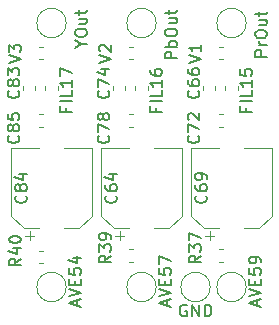
<source format=gbr>
G04 #@! TF.GenerationSoftware,KiCad,Pcbnew,(5.1.5-0-10_14)*
G04 #@! TF.CreationDate,2020-07-09T21:36:47+03:00*
G04 #@! TF.ProjectId,miniRGBii,6d696e69-5247-4426-9969-2e6b69636164,rev?*
G04 #@! TF.SameCoordinates,Original*
G04 #@! TF.FileFunction,Legend,Top*
G04 #@! TF.FilePolarity,Positive*
%FSLAX46Y46*%
G04 Gerber Fmt 4.6, Leading zero omitted, Abs format (unit mm)*
G04 Created by KiCad (PCBNEW (5.1.5-0-10_14)) date 2020-07-09 21:36:47*
%MOMM*%
%LPD*%
G04 APERTURE LIST*
%ADD10C,0.120000*%
%ADD11C,0.150000*%
G04 APERTURE END LIST*
D10*
X18015000Y-24384000D02*
G75*
G03X18015000Y-24384000I-1251000J0D01*
G01*
X11488267Y-22227000D02*
X11145733Y-22227000D01*
X11488267Y-21207000D02*
X11145733Y-21207000D01*
X5823000Y-2032000D02*
G75*
G03X5823000Y-2032000I-1251000J0D01*
G01*
X21063000Y-2032000D02*
G75*
G03X21063000Y-2032000I-1251000J0D01*
G01*
X13443000Y-2032000D02*
G75*
G03X13443000Y-2032000I-1251000J0D01*
G01*
X21063000Y-24384000D02*
G75*
G03X21063000Y-24384000I-1251000J0D01*
G01*
X13443000Y-24384000D02*
G75*
G03X13443000Y-24384000I-1251000J0D01*
G01*
X5823000Y-24384000D02*
G75*
G03X5823000Y-24384000I-1251000J0D01*
G01*
X18765733Y-4062000D02*
X19108267Y-4062000D01*
X18765733Y-5082000D02*
X19108267Y-5082000D01*
X15602000Y-12592000D02*
X13252000Y-12592000D01*
X8782000Y-12592000D02*
X11132000Y-12592000D01*
X8782000Y-18347563D02*
X8782000Y-12592000D01*
X15602000Y-18347563D02*
X15602000Y-12592000D01*
X14537563Y-19412000D02*
X13252000Y-19412000D01*
X9846437Y-19412000D02*
X11132000Y-19412000D01*
X9846437Y-19412000D02*
X8782000Y-18347563D01*
X14537563Y-19412000D02*
X15602000Y-18347563D01*
X10344500Y-20439500D02*
X10344500Y-19652000D01*
X9950750Y-20045750D02*
X10738250Y-20045750D01*
X17570750Y-20045750D02*
X18358250Y-20045750D01*
X17964500Y-20439500D02*
X17964500Y-19652000D01*
X22157563Y-19412000D02*
X23222000Y-18347563D01*
X17466437Y-19412000D02*
X16402000Y-18347563D01*
X17466437Y-19412000D02*
X18752000Y-19412000D01*
X22157563Y-19412000D02*
X20872000Y-19412000D01*
X23222000Y-18347563D02*
X23222000Y-12592000D01*
X16402000Y-18347563D02*
X16402000Y-12592000D01*
X16402000Y-12592000D02*
X18752000Y-12592000D01*
X23222000Y-12592000D02*
X20872000Y-12592000D01*
X7982000Y-12592000D02*
X5632000Y-12592000D01*
X1162000Y-12592000D02*
X3512000Y-12592000D01*
X1162000Y-18347563D02*
X1162000Y-12592000D01*
X7982000Y-18347563D02*
X7982000Y-12592000D01*
X6917563Y-19412000D02*
X5632000Y-19412000D01*
X2226437Y-19412000D02*
X3512000Y-19412000D01*
X2226437Y-19412000D02*
X1162000Y-18347563D01*
X6917563Y-19412000D02*
X7982000Y-18347563D01*
X2724500Y-20439500D02*
X2724500Y-19652000D01*
X2330750Y-20045750D02*
X3118250Y-20045750D01*
X3525733Y-10797000D02*
X3868267Y-10797000D01*
X3525733Y-9777000D02*
X3868267Y-9777000D01*
X2157000Y-7678267D02*
X2157000Y-7335733D01*
X3177000Y-7678267D02*
X3177000Y-7335733D01*
X11145733Y-10797000D02*
X11488267Y-10797000D01*
X11145733Y-9777000D02*
X11488267Y-9777000D01*
X9777000Y-7678267D02*
X9777000Y-7335733D01*
X10797000Y-7678267D02*
X10797000Y-7335733D01*
X18765733Y-10797000D02*
X19108267Y-10797000D01*
X18765733Y-9777000D02*
X19108267Y-9777000D01*
X17397000Y-7678267D02*
X17397000Y-7335733D01*
X18417000Y-7678267D02*
X18417000Y-7335733D01*
X5082000Y-7335733D02*
X5082000Y-7678267D01*
X4062000Y-7335733D02*
X4062000Y-7678267D01*
X11682000Y-7335733D02*
X11682000Y-7678267D01*
X12702000Y-7335733D02*
X12702000Y-7678267D01*
X20322000Y-7335733D02*
X20322000Y-7678267D01*
X19302000Y-7335733D02*
X19302000Y-7678267D01*
X3525733Y-4062000D02*
X3868267Y-4062000D01*
X3525733Y-5082000D02*
X3868267Y-5082000D01*
X18765733Y-22227000D02*
X19108267Y-22227000D01*
X18765733Y-21207000D02*
X19108267Y-21207000D01*
X3868267Y-21334000D02*
X3525733Y-21334000D01*
X3868267Y-22354000D02*
X3525733Y-22354000D01*
X11145733Y-4062000D02*
X11488267Y-4062000D01*
X11145733Y-5082000D02*
X11488267Y-5082000D01*
D11*
X16002095Y-25916000D02*
X15906857Y-25868380D01*
X15764000Y-25868380D01*
X15621142Y-25916000D01*
X15525904Y-26011238D01*
X15478285Y-26106476D01*
X15430666Y-26296952D01*
X15430666Y-26439809D01*
X15478285Y-26630285D01*
X15525904Y-26725523D01*
X15621142Y-26820761D01*
X15764000Y-26868380D01*
X15859238Y-26868380D01*
X16002095Y-26820761D01*
X16049714Y-26773142D01*
X16049714Y-26439809D01*
X15859238Y-26439809D01*
X16478285Y-26868380D02*
X16478285Y-25868380D01*
X17049714Y-26868380D01*
X17049714Y-25868380D01*
X17525904Y-26868380D02*
X17525904Y-25868380D01*
X17764000Y-25868380D01*
X17906857Y-25916000D01*
X18002095Y-26011238D01*
X18049714Y-26106476D01*
X18097333Y-26296952D01*
X18097333Y-26439809D01*
X18049714Y-26630285D01*
X18002095Y-26725523D01*
X17906857Y-26820761D01*
X17764000Y-26868380D01*
X17525904Y-26868380D01*
X9596380Y-21724857D02*
X9120190Y-22058190D01*
X9596380Y-22296285D02*
X8596380Y-22296285D01*
X8596380Y-21915333D01*
X8644000Y-21820095D01*
X8691619Y-21772476D01*
X8786857Y-21724857D01*
X8929714Y-21724857D01*
X9024952Y-21772476D01*
X9072571Y-21820095D01*
X9120190Y-21915333D01*
X9120190Y-22296285D01*
X8596380Y-21391523D02*
X8596380Y-20772476D01*
X8977333Y-21105809D01*
X8977333Y-20962952D01*
X9024952Y-20867714D01*
X9072571Y-20820095D01*
X9167809Y-20772476D01*
X9405904Y-20772476D01*
X9501142Y-20820095D01*
X9548761Y-20867714D01*
X9596380Y-20962952D01*
X9596380Y-21248666D01*
X9548761Y-21343904D01*
X9501142Y-21391523D01*
X9596380Y-20296285D02*
X9596380Y-20105809D01*
X9548761Y-20010571D01*
X9501142Y-19962952D01*
X9358285Y-19867714D01*
X9167809Y-19820095D01*
X8786857Y-19820095D01*
X8691619Y-19867714D01*
X8644000Y-19915333D01*
X8596380Y-20010571D01*
X8596380Y-20201047D01*
X8644000Y-20296285D01*
X8691619Y-20343904D01*
X8786857Y-20391523D01*
X9024952Y-20391523D01*
X9120190Y-20343904D01*
X9167809Y-20296285D01*
X9215428Y-20201047D01*
X9215428Y-20010571D01*
X9167809Y-19915333D01*
X9120190Y-19867714D01*
X9024952Y-19820095D01*
X7088190Y-3801904D02*
X7564380Y-3801904D01*
X6564380Y-4135238D02*
X7088190Y-3801904D01*
X6564380Y-3468571D01*
X6564380Y-2944761D02*
X6564380Y-2754285D01*
X6612000Y-2659047D01*
X6707238Y-2563809D01*
X6897714Y-2516190D01*
X7231047Y-2516190D01*
X7421523Y-2563809D01*
X7516761Y-2659047D01*
X7564380Y-2754285D01*
X7564380Y-2944761D01*
X7516761Y-3040000D01*
X7421523Y-3135238D01*
X7231047Y-3182857D01*
X6897714Y-3182857D01*
X6707238Y-3135238D01*
X6612000Y-3040000D01*
X6564380Y-2944761D01*
X6897714Y-1659047D02*
X7564380Y-1659047D01*
X6897714Y-2087619D02*
X7421523Y-2087619D01*
X7516761Y-2040000D01*
X7564380Y-1944761D01*
X7564380Y-1801904D01*
X7516761Y-1706666D01*
X7469142Y-1659047D01*
X6897714Y-1325714D02*
X6897714Y-944761D01*
X6564380Y-1182857D02*
X7421523Y-1182857D01*
X7516761Y-1135238D01*
X7564380Y-1040000D01*
X7564380Y-944761D01*
X22804380Y-4881333D02*
X21804380Y-4881333D01*
X21804380Y-4500380D01*
X21852000Y-4405142D01*
X21899619Y-4357523D01*
X21994857Y-4309904D01*
X22137714Y-4309904D01*
X22232952Y-4357523D01*
X22280571Y-4405142D01*
X22328190Y-4500380D01*
X22328190Y-4881333D01*
X22804380Y-3881333D02*
X22137714Y-3881333D01*
X22328190Y-3881333D02*
X22232952Y-3833714D01*
X22185333Y-3786095D01*
X22137714Y-3690857D01*
X22137714Y-3595619D01*
X21804380Y-3071809D02*
X21804380Y-2881333D01*
X21852000Y-2786095D01*
X21947238Y-2690857D01*
X22137714Y-2643238D01*
X22471047Y-2643238D01*
X22661523Y-2690857D01*
X22756761Y-2786095D01*
X22804380Y-2881333D01*
X22804380Y-3071809D01*
X22756761Y-3167047D01*
X22661523Y-3262285D01*
X22471047Y-3309904D01*
X22137714Y-3309904D01*
X21947238Y-3262285D01*
X21852000Y-3167047D01*
X21804380Y-3071809D01*
X22137714Y-1786095D02*
X22804380Y-1786095D01*
X22137714Y-2214666D02*
X22661523Y-2214666D01*
X22756761Y-2167047D01*
X22804380Y-2071809D01*
X22804380Y-1928952D01*
X22756761Y-1833714D01*
X22709142Y-1786095D01*
X22137714Y-1452761D02*
X22137714Y-1071809D01*
X21804380Y-1309904D02*
X22661523Y-1309904D01*
X22756761Y-1262285D01*
X22804380Y-1167047D01*
X22804380Y-1071809D01*
X15184380Y-5024190D02*
X14184380Y-5024190D01*
X14184380Y-4643238D01*
X14232000Y-4548000D01*
X14279619Y-4500380D01*
X14374857Y-4452761D01*
X14517714Y-4452761D01*
X14612952Y-4500380D01*
X14660571Y-4548000D01*
X14708190Y-4643238D01*
X14708190Y-5024190D01*
X15184380Y-4024190D02*
X14184380Y-4024190D01*
X14565333Y-4024190D02*
X14517714Y-3928952D01*
X14517714Y-3738476D01*
X14565333Y-3643238D01*
X14612952Y-3595619D01*
X14708190Y-3548000D01*
X14993904Y-3548000D01*
X15089142Y-3595619D01*
X15136761Y-3643238D01*
X15184380Y-3738476D01*
X15184380Y-3928952D01*
X15136761Y-4024190D01*
X14184380Y-2928952D02*
X14184380Y-2738476D01*
X14232000Y-2643238D01*
X14327238Y-2548000D01*
X14517714Y-2500380D01*
X14851047Y-2500380D01*
X15041523Y-2548000D01*
X15136761Y-2643238D01*
X15184380Y-2738476D01*
X15184380Y-2928952D01*
X15136761Y-3024190D01*
X15041523Y-3119428D01*
X14851047Y-3167047D01*
X14517714Y-3167047D01*
X14327238Y-3119428D01*
X14232000Y-3024190D01*
X14184380Y-2928952D01*
X14517714Y-1643238D02*
X15184380Y-1643238D01*
X14517714Y-2071809D02*
X15041523Y-2071809D01*
X15136761Y-2024190D01*
X15184380Y-1928952D01*
X15184380Y-1786095D01*
X15136761Y-1690857D01*
X15089142Y-1643238D01*
X14517714Y-1309904D02*
X14517714Y-928952D01*
X14184380Y-1167047D02*
X15041523Y-1167047D01*
X15136761Y-1119428D01*
X15184380Y-1024190D01*
X15184380Y-928952D01*
X22010666Y-25947428D02*
X22010666Y-25471238D01*
X22296380Y-26042666D02*
X21296380Y-25709333D01*
X22296380Y-25376000D01*
X21296380Y-25185523D02*
X22296380Y-24852190D01*
X21296380Y-24518857D01*
X21772571Y-24185523D02*
X21772571Y-23852190D01*
X22296380Y-23709333D02*
X22296380Y-24185523D01*
X21296380Y-24185523D01*
X21296380Y-23709333D01*
X21296380Y-22804571D02*
X21296380Y-23280761D01*
X21772571Y-23328380D01*
X21724952Y-23280761D01*
X21677333Y-23185523D01*
X21677333Y-22947428D01*
X21724952Y-22852190D01*
X21772571Y-22804571D01*
X21867809Y-22756952D01*
X22105904Y-22756952D01*
X22201142Y-22804571D01*
X22248761Y-22852190D01*
X22296380Y-22947428D01*
X22296380Y-23185523D01*
X22248761Y-23280761D01*
X22201142Y-23328380D01*
X22296380Y-22280761D02*
X22296380Y-22090285D01*
X22248761Y-21995047D01*
X22201142Y-21947428D01*
X22058285Y-21852190D01*
X21867809Y-21804571D01*
X21486857Y-21804571D01*
X21391619Y-21852190D01*
X21344000Y-21899809D01*
X21296380Y-21995047D01*
X21296380Y-22185523D01*
X21344000Y-22280761D01*
X21391619Y-22328380D01*
X21486857Y-22376000D01*
X21724952Y-22376000D01*
X21820190Y-22328380D01*
X21867809Y-22280761D01*
X21915428Y-22185523D01*
X21915428Y-21995047D01*
X21867809Y-21899809D01*
X21820190Y-21852190D01*
X21724952Y-21804571D01*
X14390666Y-25947428D02*
X14390666Y-25471238D01*
X14676380Y-26042666D02*
X13676380Y-25709333D01*
X14676380Y-25376000D01*
X13676380Y-25185523D02*
X14676380Y-24852190D01*
X13676380Y-24518857D01*
X14152571Y-24185523D02*
X14152571Y-23852190D01*
X14676380Y-23709333D02*
X14676380Y-24185523D01*
X13676380Y-24185523D01*
X13676380Y-23709333D01*
X13676380Y-22804571D02*
X13676380Y-23280761D01*
X14152571Y-23328380D01*
X14104952Y-23280761D01*
X14057333Y-23185523D01*
X14057333Y-22947428D01*
X14104952Y-22852190D01*
X14152571Y-22804571D01*
X14247809Y-22756952D01*
X14485904Y-22756952D01*
X14581142Y-22804571D01*
X14628761Y-22852190D01*
X14676380Y-22947428D01*
X14676380Y-23185523D01*
X14628761Y-23280761D01*
X14581142Y-23328380D01*
X13676380Y-22423619D02*
X13676380Y-21756952D01*
X14676380Y-22185523D01*
X6770666Y-25947428D02*
X6770666Y-25471238D01*
X7056380Y-26042666D02*
X6056380Y-25709333D01*
X7056380Y-25376000D01*
X6056380Y-25185523D02*
X7056380Y-24852190D01*
X6056380Y-24518857D01*
X6532571Y-24185523D02*
X6532571Y-23852190D01*
X7056380Y-23709333D02*
X7056380Y-24185523D01*
X6056380Y-24185523D01*
X6056380Y-23709333D01*
X6056380Y-22804571D02*
X6056380Y-23280761D01*
X6532571Y-23328380D01*
X6484952Y-23280761D01*
X6437333Y-23185523D01*
X6437333Y-22947428D01*
X6484952Y-22852190D01*
X6532571Y-22804571D01*
X6627809Y-22756952D01*
X6865904Y-22756952D01*
X6961142Y-22804571D01*
X7008761Y-22852190D01*
X7056380Y-22947428D01*
X7056380Y-23185523D01*
X7008761Y-23280761D01*
X6961142Y-23328380D01*
X6389714Y-21899809D02*
X7056380Y-21899809D01*
X6008761Y-22137904D02*
X6723047Y-22376000D01*
X6723047Y-21756952D01*
X16216380Y-5381523D02*
X17216380Y-5048190D01*
X16216380Y-4714857D01*
X17216380Y-3857714D02*
X17216380Y-4429142D01*
X17216380Y-4143428D02*
X16216380Y-4143428D01*
X16359238Y-4238666D01*
X16454476Y-4333904D01*
X16502095Y-4429142D01*
X10009142Y-16644857D02*
X10056761Y-16692476D01*
X10104380Y-16835333D01*
X10104380Y-16930571D01*
X10056761Y-17073428D01*
X9961523Y-17168666D01*
X9866285Y-17216285D01*
X9675809Y-17263904D01*
X9532952Y-17263904D01*
X9342476Y-17216285D01*
X9247238Y-17168666D01*
X9152000Y-17073428D01*
X9104380Y-16930571D01*
X9104380Y-16835333D01*
X9152000Y-16692476D01*
X9199619Y-16644857D01*
X9104380Y-15787714D02*
X9104380Y-15978190D01*
X9152000Y-16073428D01*
X9199619Y-16121047D01*
X9342476Y-16216285D01*
X9532952Y-16263904D01*
X9913904Y-16263904D01*
X10009142Y-16216285D01*
X10056761Y-16168666D01*
X10104380Y-16073428D01*
X10104380Y-15882952D01*
X10056761Y-15787714D01*
X10009142Y-15740095D01*
X9913904Y-15692476D01*
X9675809Y-15692476D01*
X9580571Y-15740095D01*
X9532952Y-15787714D01*
X9485333Y-15882952D01*
X9485333Y-16073428D01*
X9532952Y-16168666D01*
X9580571Y-16216285D01*
X9675809Y-16263904D01*
X9437714Y-14835333D02*
X10104380Y-14835333D01*
X9056761Y-15073428D02*
X9771047Y-15311523D01*
X9771047Y-14692476D01*
X17629142Y-16644857D02*
X17676761Y-16692476D01*
X17724380Y-16835333D01*
X17724380Y-16930571D01*
X17676761Y-17073428D01*
X17581523Y-17168666D01*
X17486285Y-17216285D01*
X17295809Y-17263904D01*
X17152952Y-17263904D01*
X16962476Y-17216285D01*
X16867238Y-17168666D01*
X16772000Y-17073428D01*
X16724380Y-16930571D01*
X16724380Y-16835333D01*
X16772000Y-16692476D01*
X16819619Y-16644857D01*
X16724380Y-15787714D02*
X16724380Y-15978190D01*
X16772000Y-16073428D01*
X16819619Y-16121047D01*
X16962476Y-16216285D01*
X17152952Y-16263904D01*
X17533904Y-16263904D01*
X17629142Y-16216285D01*
X17676761Y-16168666D01*
X17724380Y-16073428D01*
X17724380Y-15882952D01*
X17676761Y-15787714D01*
X17629142Y-15740095D01*
X17533904Y-15692476D01*
X17295809Y-15692476D01*
X17200571Y-15740095D01*
X17152952Y-15787714D01*
X17105333Y-15882952D01*
X17105333Y-16073428D01*
X17152952Y-16168666D01*
X17200571Y-16216285D01*
X17295809Y-16263904D01*
X17724380Y-15216285D02*
X17724380Y-15025809D01*
X17676761Y-14930571D01*
X17629142Y-14882952D01*
X17486285Y-14787714D01*
X17295809Y-14740095D01*
X16914857Y-14740095D01*
X16819619Y-14787714D01*
X16772000Y-14835333D01*
X16724380Y-14930571D01*
X16724380Y-15121047D01*
X16772000Y-15216285D01*
X16819619Y-15263904D01*
X16914857Y-15311523D01*
X17152952Y-15311523D01*
X17248190Y-15263904D01*
X17295809Y-15216285D01*
X17343428Y-15121047D01*
X17343428Y-14930571D01*
X17295809Y-14835333D01*
X17248190Y-14787714D01*
X17152952Y-14740095D01*
X2389142Y-16644857D02*
X2436761Y-16692476D01*
X2484380Y-16835333D01*
X2484380Y-16930571D01*
X2436761Y-17073428D01*
X2341523Y-17168666D01*
X2246285Y-17216285D01*
X2055809Y-17263904D01*
X1912952Y-17263904D01*
X1722476Y-17216285D01*
X1627238Y-17168666D01*
X1532000Y-17073428D01*
X1484380Y-16930571D01*
X1484380Y-16835333D01*
X1532000Y-16692476D01*
X1579619Y-16644857D01*
X1912952Y-16073428D02*
X1865333Y-16168666D01*
X1817714Y-16216285D01*
X1722476Y-16263904D01*
X1674857Y-16263904D01*
X1579619Y-16216285D01*
X1532000Y-16168666D01*
X1484380Y-16073428D01*
X1484380Y-15882952D01*
X1532000Y-15787714D01*
X1579619Y-15740095D01*
X1674857Y-15692476D01*
X1722476Y-15692476D01*
X1817714Y-15740095D01*
X1865333Y-15787714D01*
X1912952Y-15882952D01*
X1912952Y-16073428D01*
X1960571Y-16168666D01*
X2008190Y-16216285D01*
X2103428Y-16263904D01*
X2293904Y-16263904D01*
X2389142Y-16216285D01*
X2436761Y-16168666D01*
X2484380Y-16073428D01*
X2484380Y-15882952D01*
X2436761Y-15787714D01*
X2389142Y-15740095D01*
X2293904Y-15692476D01*
X2103428Y-15692476D01*
X2008190Y-15740095D01*
X1960571Y-15787714D01*
X1912952Y-15882952D01*
X1817714Y-14835333D02*
X2484380Y-14835333D01*
X1436761Y-15073428D02*
X2151047Y-15311523D01*
X2151047Y-14692476D01*
X1754142Y-11564857D02*
X1801761Y-11612476D01*
X1849380Y-11755333D01*
X1849380Y-11850571D01*
X1801761Y-11993428D01*
X1706523Y-12088666D01*
X1611285Y-12136285D01*
X1420809Y-12183904D01*
X1277952Y-12183904D01*
X1087476Y-12136285D01*
X992238Y-12088666D01*
X897000Y-11993428D01*
X849380Y-11850571D01*
X849380Y-11755333D01*
X897000Y-11612476D01*
X944619Y-11564857D01*
X1277952Y-10993428D02*
X1230333Y-11088666D01*
X1182714Y-11136285D01*
X1087476Y-11183904D01*
X1039857Y-11183904D01*
X944619Y-11136285D01*
X897000Y-11088666D01*
X849380Y-10993428D01*
X849380Y-10802952D01*
X897000Y-10707714D01*
X944619Y-10660095D01*
X1039857Y-10612476D01*
X1087476Y-10612476D01*
X1182714Y-10660095D01*
X1230333Y-10707714D01*
X1277952Y-10802952D01*
X1277952Y-10993428D01*
X1325571Y-11088666D01*
X1373190Y-11136285D01*
X1468428Y-11183904D01*
X1658904Y-11183904D01*
X1754142Y-11136285D01*
X1801761Y-11088666D01*
X1849380Y-10993428D01*
X1849380Y-10802952D01*
X1801761Y-10707714D01*
X1754142Y-10660095D01*
X1658904Y-10612476D01*
X1468428Y-10612476D01*
X1373190Y-10660095D01*
X1325571Y-10707714D01*
X1277952Y-10802952D01*
X849380Y-9707714D02*
X849380Y-10183904D01*
X1325571Y-10231523D01*
X1277952Y-10183904D01*
X1230333Y-10088666D01*
X1230333Y-9850571D01*
X1277952Y-9755333D01*
X1325571Y-9707714D01*
X1420809Y-9660095D01*
X1658904Y-9660095D01*
X1754142Y-9707714D01*
X1801761Y-9755333D01*
X1849380Y-9850571D01*
X1849380Y-10088666D01*
X1801761Y-10183904D01*
X1754142Y-10231523D01*
X1754142Y-7754857D02*
X1801761Y-7802476D01*
X1849380Y-7945333D01*
X1849380Y-8040571D01*
X1801761Y-8183428D01*
X1706523Y-8278666D01*
X1611285Y-8326285D01*
X1420809Y-8373904D01*
X1277952Y-8373904D01*
X1087476Y-8326285D01*
X992238Y-8278666D01*
X897000Y-8183428D01*
X849380Y-8040571D01*
X849380Y-7945333D01*
X897000Y-7802476D01*
X944619Y-7754857D01*
X1277952Y-7183428D02*
X1230333Y-7278666D01*
X1182714Y-7326285D01*
X1087476Y-7373904D01*
X1039857Y-7373904D01*
X944619Y-7326285D01*
X897000Y-7278666D01*
X849380Y-7183428D01*
X849380Y-6992952D01*
X897000Y-6897714D01*
X944619Y-6850095D01*
X1039857Y-6802476D01*
X1087476Y-6802476D01*
X1182714Y-6850095D01*
X1230333Y-6897714D01*
X1277952Y-6992952D01*
X1277952Y-7183428D01*
X1325571Y-7278666D01*
X1373190Y-7326285D01*
X1468428Y-7373904D01*
X1658904Y-7373904D01*
X1754142Y-7326285D01*
X1801761Y-7278666D01*
X1849380Y-7183428D01*
X1849380Y-6992952D01*
X1801761Y-6897714D01*
X1754142Y-6850095D01*
X1658904Y-6802476D01*
X1468428Y-6802476D01*
X1373190Y-6850095D01*
X1325571Y-6897714D01*
X1277952Y-6992952D01*
X849380Y-6469142D02*
X849380Y-5850095D01*
X1230333Y-6183428D01*
X1230333Y-6040571D01*
X1277952Y-5945333D01*
X1325571Y-5897714D01*
X1420809Y-5850095D01*
X1658904Y-5850095D01*
X1754142Y-5897714D01*
X1801761Y-5945333D01*
X1849380Y-6040571D01*
X1849380Y-6326285D01*
X1801761Y-6421523D01*
X1754142Y-6469142D01*
X9374142Y-11564857D02*
X9421761Y-11612476D01*
X9469380Y-11755333D01*
X9469380Y-11850571D01*
X9421761Y-11993428D01*
X9326523Y-12088666D01*
X9231285Y-12136285D01*
X9040809Y-12183904D01*
X8897952Y-12183904D01*
X8707476Y-12136285D01*
X8612238Y-12088666D01*
X8517000Y-11993428D01*
X8469380Y-11850571D01*
X8469380Y-11755333D01*
X8517000Y-11612476D01*
X8564619Y-11564857D01*
X8469380Y-11231523D02*
X8469380Y-10564857D01*
X9469380Y-10993428D01*
X8897952Y-10041047D02*
X8850333Y-10136285D01*
X8802714Y-10183904D01*
X8707476Y-10231523D01*
X8659857Y-10231523D01*
X8564619Y-10183904D01*
X8517000Y-10136285D01*
X8469380Y-10041047D01*
X8469380Y-9850571D01*
X8517000Y-9755333D01*
X8564619Y-9707714D01*
X8659857Y-9660095D01*
X8707476Y-9660095D01*
X8802714Y-9707714D01*
X8850333Y-9755333D01*
X8897952Y-9850571D01*
X8897952Y-10041047D01*
X8945571Y-10136285D01*
X8993190Y-10183904D01*
X9088428Y-10231523D01*
X9278904Y-10231523D01*
X9374142Y-10183904D01*
X9421761Y-10136285D01*
X9469380Y-10041047D01*
X9469380Y-9850571D01*
X9421761Y-9755333D01*
X9374142Y-9707714D01*
X9278904Y-9660095D01*
X9088428Y-9660095D01*
X8993190Y-9707714D01*
X8945571Y-9755333D01*
X8897952Y-9850571D01*
X9374142Y-7754857D02*
X9421761Y-7802476D01*
X9469380Y-7945333D01*
X9469380Y-8040571D01*
X9421761Y-8183428D01*
X9326523Y-8278666D01*
X9231285Y-8326285D01*
X9040809Y-8373904D01*
X8897952Y-8373904D01*
X8707476Y-8326285D01*
X8612238Y-8278666D01*
X8517000Y-8183428D01*
X8469380Y-8040571D01*
X8469380Y-7945333D01*
X8517000Y-7802476D01*
X8564619Y-7754857D01*
X8469380Y-7421523D02*
X8469380Y-6754857D01*
X9469380Y-7183428D01*
X8802714Y-5945333D02*
X9469380Y-5945333D01*
X8421761Y-6183428D02*
X9136047Y-6421523D01*
X9136047Y-5802476D01*
X16994142Y-11564857D02*
X17041761Y-11612476D01*
X17089380Y-11755333D01*
X17089380Y-11850571D01*
X17041761Y-11993428D01*
X16946523Y-12088666D01*
X16851285Y-12136285D01*
X16660809Y-12183904D01*
X16517952Y-12183904D01*
X16327476Y-12136285D01*
X16232238Y-12088666D01*
X16137000Y-11993428D01*
X16089380Y-11850571D01*
X16089380Y-11755333D01*
X16137000Y-11612476D01*
X16184619Y-11564857D01*
X16089380Y-11231523D02*
X16089380Y-10564857D01*
X17089380Y-10993428D01*
X16184619Y-10231523D02*
X16137000Y-10183904D01*
X16089380Y-10088666D01*
X16089380Y-9850571D01*
X16137000Y-9755333D01*
X16184619Y-9707714D01*
X16279857Y-9660095D01*
X16375095Y-9660095D01*
X16517952Y-9707714D01*
X17089380Y-10279142D01*
X17089380Y-9660095D01*
X16994142Y-7754857D02*
X17041761Y-7802476D01*
X17089380Y-7945333D01*
X17089380Y-8040571D01*
X17041761Y-8183428D01*
X16946523Y-8278666D01*
X16851285Y-8326285D01*
X16660809Y-8373904D01*
X16517952Y-8373904D01*
X16327476Y-8326285D01*
X16232238Y-8278666D01*
X16137000Y-8183428D01*
X16089380Y-8040571D01*
X16089380Y-7945333D01*
X16137000Y-7802476D01*
X16184619Y-7754857D01*
X16089380Y-6897714D02*
X16089380Y-7088190D01*
X16137000Y-7183428D01*
X16184619Y-7231047D01*
X16327476Y-7326285D01*
X16517952Y-7373904D01*
X16898904Y-7373904D01*
X16994142Y-7326285D01*
X17041761Y-7278666D01*
X17089380Y-7183428D01*
X17089380Y-6992952D01*
X17041761Y-6897714D01*
X16994142Y-6850095D01*
X16898904Y-6802476D01*
X16660809Y-6802476D01*
X16565571Y-6850095D01*
X16517952Y-6897714D01*
X16470333Y-6992952D01*
X16470333Y-7183428D01*
X16517952Y-7278666D01*
X16565571Y-7326285D01*
X16660809Y-7373904D01*
X16089380Y-5945333D02*
X16089380Y-6135809D01*
X16137000Y-6231047D01*
X16184619Y-6278666D01*
X16327476Y-6373904D01*
X16517952Y-6421523D01*
X16898904Y-6421523D01*
X16994142Y-6373904D01*
X17041761Y-6326285D01*
X17089380Y-6231047D01*
X17089380Y-6040571D01*
X17041761Y-5945333D01*
X16994142Y-5897714D01*
X16898904Y-5850095D01*
X16660809Y-5850095D01*
X16565571Y-5897714D01*
X16517952Y-5945333D01*
X16470333Y-6040571D01*
X16470333Y-6231047D01*
X16517952Y-6326285D01*
X16565571Y-6373904D01*
X16660809Y-6421523D01*
X5770571Y-9199380D02*
X5770571Y-9532714D01*
X6294380Y-9532714D02*
X5294380Y-9532714D01*
X5294380Y-9056523D01*
X6294380Y-8675571D02*
X5294380Y-8675571D01*
X6294380Y-7723190D02*
X6294380Y-8199380D01*
X5294380Y-8199380D01*
X6294380Y-6866047D02*
X6294380Y-7437476D01*
X6294380Y-7151761D02*
X5294380Y-7151761D01*
X5437238Y-7247000D01*
X5532476Y-7342238D01*
X5580095Y-7437476D01*
X5294380Y-6532714D02*
X5294380Y-5866047D01*
X6294380Y-6294619D01*
X13390571Y-9199380D02*
X13390571Y-9532714D01*
X13914380Y-9532714D02*
X12914380Y-9532714D01*
X12914380Y-9056523D01*
X13914380Y-8675571D02*
X12914380Y-8675571D01*
X13914380Y-7723190D02*
X13914380Y-8199380D01*
X12914380Y-8199380D01*
X13914380Y-6866047D02*
X13914380Y-7437476D01*
X13914380Y-7151761D02*
X12914380Y-7151761D01*
X13057238Y-7247000D01*
X13152476Y-7342238D01*
X13200095Y-7437476D01*
X12914380Y-6008904D02*
X12914380Y-6199380D01*
X12962000Y-6294619D01*
X13009619Y-6342238D01*
X13152476Y-6437476D01*
X13342952Y-6485095D01*
X13723904Y-6485095D01*
X13819142Y-6437476D01*
X13866761Y-6389857D01*
X13914380Y-6294619D01*
X13914380Y-6104142D01*
X13866761Y-6008904D01*
X13819142Y-5961285D01*
X13723904Y-5913666D01*
X13485809Y-5913666D01*
X13390571Y-5961285D01*
X13342952Y-6008904D01*
X13295333Y-6104142D01*
X13295333Y-6294619D01*
X13342952Y-6389857D01*
X13390571Y-6437476D01*
X13485809Y-6485095D01*
X21010571Y-9199380D02*
X21010571Y-9532714D01*
X21534380Y-9532714D02*
X20534380Y-9532714D01*
X20534380Y-9056523D01*
X21534380Y-8675571D02*
X20534380Y-8675571D01*
X21534380Y-7723190D02*
X21534380Y-8199380D01*
X20534380Y-8199380D01*
X21534380Y-6866047D02*
X21534380Y-7437476D01*
X21534380Y-7151761D02*
X20534380Y-7151761D01*
X20677238Y-7247000D01*
X20772476Y-7342238D01*
X20820095Y-7437476D01*
X20534380Y-5961285D02*
X20534380Y-6437476D01*
X21010571Y-6485095D01*
X20962952Y-6437476D01*
X20915333Y-6342238D01*
X20915333Y-6104142D01*
X20962952Y-6008904D01*
X21010571Y-5961285D01*
X21105809Y-5913666D01*
X21343904Y-5913666D01*
X21439142Y-5961285D01*
X21486761Y-6008904D01*
X21534380Y-6104142D01*
X21534380Y-6342238D01*
X21486761Y-6437476D01*
X21439142Y-6485095D01*
X976380Y-5381523D02*
X1976380Y-5048190D01*
X976380Y-4714857D01*
X976380Y-4476761D02*
X976380Y-3857714D01*
X1357333Y-4191047D01*
X1357333Y-4048190D01*
X1404952Y-3952952D01*
X1452571Y-3905333D01*
X1547809Y-3857714D01*
X1785904Y-3857714D01*
X1881142Y-3905333D01*
X1928761Y-3952952D01*
X1976380Y-4048190D01*
X1976380Y-4333904D01*
X1928761Y-4429142D01*
X1881142Y-4476761D01*
X17216380Y-21724857D02*
X16740190Y-22058190D01*
X17216380Y-22296285D02*
X16216380Y-22296285D01*
X16216380Y-21915333D01*
X16264000Y-21820095D01*
X16311619Y-21772476D01*
X16406857Y-21724857D01*
X16549714Y-21724857D01*
X16644952Y-21772476D01*
X16692571Y-21820095D01*
X16740190Y-21915333D01*
X16740190Y-22296285D01*
X16216380Y-21391523D02*
X16216380Y-20772476D01*
X16597333Y-21105809D01*
X16597333Y-20962952D01*
X16644952Y-20867714D01*
X16692571Y-20820095D01*
X16787809Y-20772476D01*
X17025904Y-20772476D01*
X17121142Y-20820095D01*
X17168761Y-20867714D01*
X17216380Y-20962952D01*
X17216380Y-21248666D01*
X17168761Y-21343904D01*
X17121142Y-21391523D01*
X16216380Y-20439142D02*
X16216380Y-19772476D01*
X17216380Y-20201047D01*
X1976380Y-21978857D02*
X1500190Y-22312190D01*
X1976380Y-22550285D02*
X976380Y-22550285D01*
X976380Y-22169333D01*
X1024000Y-22074095D01*
X1071619Y-22026476D01*
X1166857Y-21978857D01*
X1309714Y-21978857D01*
X1404952Y-22026476D01*
X1452571Y-22074095D01*
X1500190Y-22169333D01*
X1500190Y-22550285D01*
X1309714Y-21121714D02*
X1976380Y-21121714D01*
X928761Y-21359809D02*
X1643047Y-21597904D01*
X1643047Y-20978857D01*
X976380Y-20407428D02*
X976380Y-20312190D01*
X1024000Y-20216952D01*
X1071619Y-20169333D01*
X1166857Y-20121714D01*
X1357333Y-20074095D01*
X1595428Y-20074095D01*
X1785904Y-20121714D01*
X1881142Y-20169333D01*
X1928761Y-20216952D01*
X1976380Y-20312190D01*
X1976380Y-20407428D01*
X1928761Y-20502666D01*
X1881142Y-20550285D01*
X1785904Y-20597904D01*
X1595428Y-20645523D01*
X1357333Y-20645523D01*
X1166857Y-20597904D01*
X1071619Y-20550285D01*
X1024000Y-20502666D01*
X976380Y-20407428D01*
X8596380Y-5381523D02*
X9596380Y-5048190D01*
X8596380Y-4714857D01*
X8691619Y-4429142D02*
X8644000Y-4381523D01*
X8596380Y-4286285D01*
X8596380Y-4048190D01*
X8644000Y-3952952D01*
X8691619Y-3905333D01*
X8786857Y-3857714D01*
X8882095Y-3857714D01*
X9024952Y-3905333D01*
X9596380Y-4476761D01*
X9596380Y-3857714D01*
M02*

</source>
